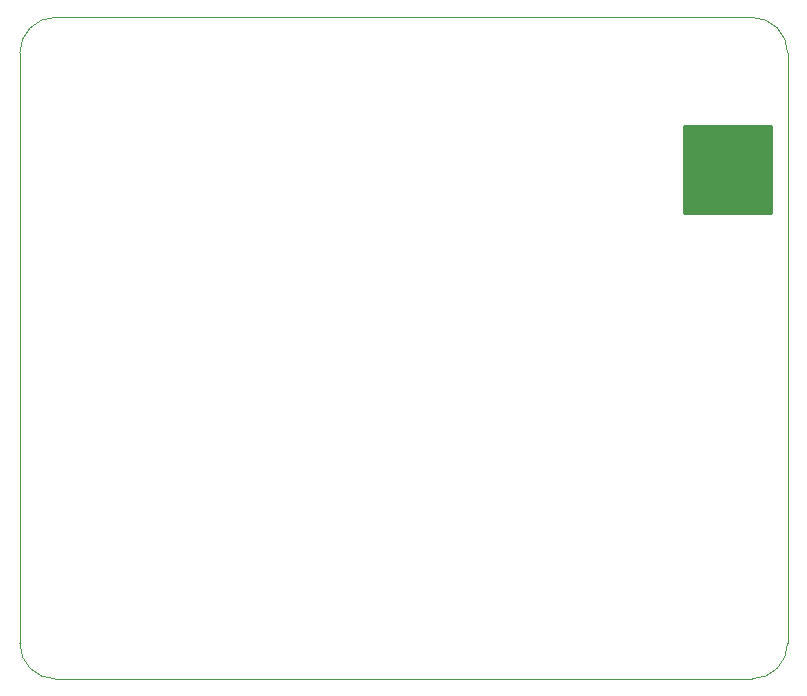
<source format=gbr>
G04 #@! TF.GenerationSoftware,KiCad,Pcbnew,(5.1.9)-1*
G04 #@! TF.CreationDate,2021-05-07T09:47:05-04:00*
G04 #@! TF.ProjectId,pigha,70696768-612e-46b6-9963-61645f706362,rev?*
G04 #@! TF.SameCoordinates,Original*
G04 #@! TF.FileFunction,Profile,NP*
%FSLAX46Y46*%
G04 Gerber Fmt 4.6, Leading zero omitted, Abs format (unit mm)*
G04 Created by KiCad (PCBNEW (5.1.9)-1) date 2021-05-07 09:47:05*
%MOMM*%
%LPD*%
G01*
G04 APERTURE LIST*
G04 #@! TA.AperFunction,Profile*
%ADD10C,0.100000*%
G04 #@! TD*
%ADD11C,0.254000*%
%ADD12C,0.100000*%
G04 APERTURE END LIST*
D10*
X143546351Y-113822847D02*
X143546356Y-63817611D01*
X78546356Y-63817611D02*
X78546356Y-113817611D01*
X78546356Y-63817611D02*
G75*
G02*
X81546356Y-60817611I3000000J0D01*
G01*
X140546356Y-60817611D02*
X81546356Y-60817611D01*
X140546356Y-60817611D02*
G75*
G02*
X143546356Y-63817611I0J-3000000D01*
G01*
X143546351Y-113822847D02*
X143546351Y-113822847D01*
X81546356Y-116817611D02*
G75*
G02*
X78546356Y-113817611I0J3000000D01*
G01*
X81546356Y-116817611D02*
X140546356Y-116817611D01*
X143546351Y-113822847D02*
G75*
G02*
X140546356Y-116817611I-2999995J5236D01*
G01*
D11*
X142113000Y-77343000D02*
X134747000Y-77343000D01*
X134747000Y-69977000D01*
X142113000Y-69977000D01*
X142113000Y-77343000D01*
D12*
G36*
X142113000Y-77343000D02*
G01*
X134747000Y-77343000D01*
X134747000Y-69977000D01*
X142113000Y-69977000D01*
X142113000Y-77343000D01*
G37*
M02*

</source>
